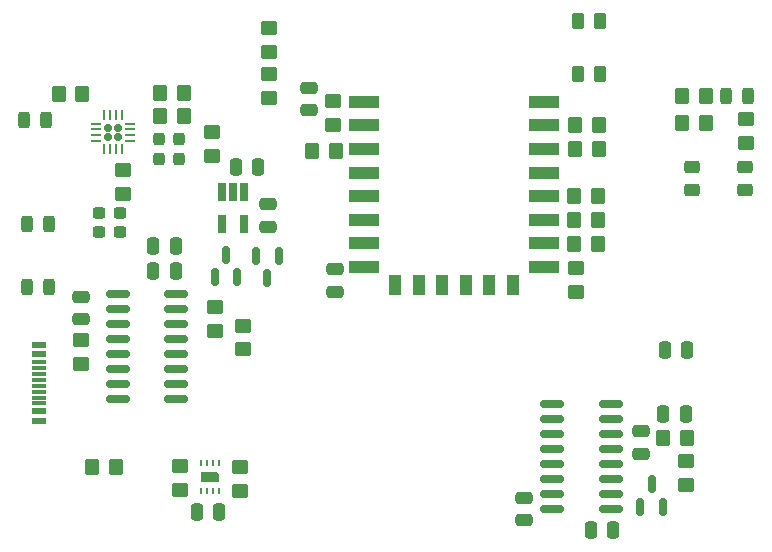
<source format=gbr>
%TF.GenerationSoftware,KiCad,Pcbnew,7.0.1*%
%TF.CreationDate,2023-11-07T22:06:08+01:00*%
%TF.ProjectId,GasWeighter,47617357-6569-4676-9874-65722e6b6963,rev?*%
%TF.SameCoordinates,Original*%
%TF.FileFunction,Paste,Top*%
%TF.FilePolarity,Positive*%
%FSLAX46Y46*%
G04 Gerber Fmt 4.6, Leading zero omitted, Abs format (unit mm)*
G04 Created by KiCad (PCBNEW 7.0.1) date 2023-11-07 22:06:08*
%MOMM*%
%LPD*%
G01*
G04 APERTURE LIST*
G04 Aperture macros list*
%AMRoundRect*
0 Rectangle with rounded corners*
0 $1 Rounding radius*
0 $2 $3 $4 $5 $6 $7 $8 $9 X,Y pos of 4 corners*
0 Add a 4 corners polygon primitive as box body*
4,1,4,$2,$3,$4,$5,$6,$7,$8,$9,$2,$3,0*
0 Add four circle primitives for the rounded corners*
1,1,$1+$1,$2,$3*
1,1,$1+$1,$4,$5*
1,1,$1+$1,$6,$7*
1,1,$1+$1,$8,$9*
0 Add four rect primitives between the rounded corners*
20,1,$1+$1,$2,$3,$4,$5,0*
20,1,$1+$1,$4,$5,$6,$7,0*
20,1,$1+$1,$6,$7,$8,$9,0*
20,1,$1+$1,$8,$9,$2,$3,0*%
%AMFreePoly0*
4,1,6,0.450000,-0.800000,-0.450000,-0.800000,-0.450000,0.530000,-0.180000,0.800000,0.450000,0.800000,0.450000,-0.800000,0.450000,-0.800000,$1*%
G04 Aperture macros list end*
%ADD10R,1.160000X0.600000*%
%ADD11R,1.160000X0.300000*%
%ADD12RoundRect,0.250000X-0.250000X-0.475000X0.250000X-0.475000X0.250000X0.475000X-0.250000X0.475000X0*%
%ADD13RoundRect,0.237500X0.237500X-0.300000X0.237500X0.300000X-0.237500X0.300000X-0.237500X-0.300000X0*%
%ADD14RoundRect,0.250000X0.475000X-0.250000X0.475000X0.250000X-0.475000X0.250000X-0.475000X-0.250000X0*%
%ADD15RoundRect,0.250000X0.350000X0.450000X-0.350000X0.450000X-0.350000X-0.450000X0.350000X-0.450000X0*%
%ADD16RoundRect,0.250000X0.450000X-0.350000X0.450000X0.350000X-0.450000X0.350000X-0.450000X-0.350000X0*%
%ADD17RoundRect,0.150000X-0.150000X0.587500X-0.150000X-0.587500X0.150000X-0.587500X0.150000X0.587500X0*%
%ADD18RoundRect,0.243750X0.243750X0.456250X-0.243750X0.456250X-0.243750X-0.456250X0.243750X-0.456250X0*%
%ADD19RoundRect,0.250000X0.250000X0.475000X-0.250000X0.475000X-0.250000X-0.475000X0.250000X-0.475000X0*%
%ADD20RoundRect,0.250000X-0.450000X0.350000X-0.450000X-0.350000X0.450000X-0.350000X0.450000X0.350000X0*%
%ADD21R,0.250000X0.550000*%
%ADD22FreePoly0,270.000000*%
%ADD23RoundRect,0.150000X0.850000X0.150000X-0.850000X0.150000X-0.850000X-0.150000X0.850000X-0.150000X0*%
%ADD24RoundRect,0.275000X-0.400000X-0.275000X0.400000X-0.275000X0.400000X0.275000X-0.400000X0.275000X0*%
%ADD25RoundRect,0.250000X-0.350000X-0.450000X0.350000X-0.450000X0.350000X0.450000X-0.350000X0.450000X0*%
%ADD26RoundRect,0.062500X-0.375000X0.062500X-0.375000X-0.062500X0.375000X-0.062500X0.375000X0.062500X0*%
%ADD27RoundRect,0.062500X-0.062500X0.375000X-0.062500X-0.375000X0.062500X-0.375000X0.062500X0.375000X0*%
%ADD28RoundRect,0.160000X-0.160000X0.160000X-0.160000X-0.160000X0.160000X-0.160000X0.160000X0.160000X0*%
%ADD29RoundRect,0.150000X-0.825000X-0.150000X0.825000X-0.150000X0.825000X0.150000X-0.825000X0.150000X0*%
%ADD30RoundRect,0.237500X-0.300000X-0.237500X0.300000X-0.237500X0.300000X0.237500X-0.300000X0.237500X0*%
%ADD31RoundRect,0.150000X0.150000X-0.587500X0.150000X0.587500X-0.150000X0.587500X-0.150000X-0.587500X0*%
%ADD32R,0.650000X1.560000*%
%ADD33R,2.500000X1.000000*%
%ADD34R,1.000000X1.800000*%
%ADD35RoundRect,0.250000X-0.475000X0.250000X-0.475000X-0.250000X0.475000X-0.250000X0.475000X0.250000X0*%
%ADD36RoundRect,0.275000X0.275000X-0.400000X0.275000X0.400000X-0.275000X0.400000X-0.275000X-0.400000X0*%
G04 APERTURE END LIST*
D10*
%TO.C,P1*%
X106935000Y-77850000D03*
X106935000Y-78650000D03*
D11*
X106935000Y-79300000D03*
X106935000Y-80300000D03*
X106935000Y-81800000D03*
X106935000Y-82800000D03*
D10*
X106935000Y-83450000D03*
X106935000Y-84250000D03*
X106935000Y-84250000D03*
X106935000Y-83450000D03*
D11*
X106935000Y-82300000D03*
X106935000Y-81300000D03*
X106935000Y-80800000D03*
X106935000Y-79800000D03*
D10*
X106935000Y-78650000D03*
X106935000Y-77850000D03*
%TD*%
D12*
%TO.C,C13*%
X161792500Y-78287500D03*
X159892500Y-78287500D03*
%TD*%
D13*
%TO.C,C8*%
X117100000Y-60387500D03*
X117100000Y-62112500D03*
%TD*%
D14*
%TO.C,C2*%
X129750000Y-56050000D03*
X129750000Y-57950000D03*
%TD*%
D15*
%TO.C,R6*%
X152250000Y-65200000D03*
X154250000Y-65200000D03*
%TD*%
D16*
%TO.C,R16*%
X166750000Y-58750000D03*
X166750000Y-60750000D03*
%TD*%
D15*
%TO.C,R21*%
X117200000Y-58500000D03*
X119200000Y-58500000D03*
%TD*%
D17*
%TO.C,Q1*%
X126250000Y-72187500D03*
X125300000Y-70312500D03*
X127200000Y-70312500D03*
%TD*%
D18*
%TO.C,D1*%
X165112500Y-56800000D03*
X166987500Y-56800000D03*
%TD*%
D19*
%TO.C,C9*%
X123600000Y-62750000D03*
X125500000Y-62750000D03*
%TD*%
D20*
%TO.C,R5*%
X131800000Y-59200000D03*
X131800000Y-57200000D03*
%TD*%
D21*
%TO.C,U4*%
X122150000Y-90225000D03*
X121650000Y-90225000D03*
X121150000Y-90225000D03*
X120650000Y-90225000D03*
X120650000Y-87875000D03*
X121150000Y-87875000D03*
X121650000Y-87875000D03*
X122150000Y-87875000D03*
D22*
X121400000Y-89050000D03*
%TD*%
D20*
%TO.C,R13*%
X123950000Y-90200000D03*
X123950000Y-88200000D03*
%TD*%
D23*
%TO.C,U7*%
X150342500Y-91732500D03*
X150342500Y-90462500D03*
X150342500Y-89192500D03*
X150342500Y-87922500D03*
X150342500Y-86652500D03*
X150342500Y-85382500D03*
X150342500Y-84112500D03*
X150342500Y-82842500D03*
X155342500Y-82842500D03*
X155342500Y-84112500D03*
X155342500Y-85382500D03*
X155342500Y-86652500D03*
X155342500Y-87922500D03*
X155342500Y-89192500D03*
X155342500Y-90462500D03*
X155342500Y-91732500D03*
%TD*%
D18*
%TO.C,D4*%
X105862500Y-67600000D03*
X107737500Y-67600000D03*
%TD*%
D20*
%TO.C,R18*%
X126400000Y-56900000D03*
X126400000Y-54900000D03*
%TD*%
D24*
%TO.C,SW2*%
X166700000Y-64700000D03*
X162200000Y-64700000D03*
X166700000Y-62800000D03*
X162200000Y-62800000D03*
%TD*%
D25*
%TO.C,R4*%
X130050000Y-61450000D03*
X132050000Y-61450000D03*
%TD*%
D19*
%TO.C,C4*%
X116600000Y-71600000D03*
X118500000Y-71600000D03*
%TD*%
D14*
%TO.C,C10*%
X126300000Y-65950000D03*
X126300000Y-67850000D03*
%TD*%
D25*
%TO.C,R10*%
X111400000Y-88150000D03*
X113400000Y-88150000D03*
%TD*%
D26*
%TO.C,U6*%
X114637500Y-59100000D03*
X114637500Y-59600000D03*
X114637500Y-60100000D03*
X114637500Y-60600000D03*
D27*
X113950000Y-61287500D03*
X113450000Y-61287500D03*
X112950000Y-61287500D03*
X112450000Y-61287500D03*
D26*
X111762500Y-60600000D03*
X111762500Y-60100000D03*
X111762500Y-59600000D03*
X111762500Y-59100000D03*
D27*
X112450000Y-58412500D03*
X112950000Y-58412500D03*
X113450000Y-58412500D03*
X113950000Y-58412500D03*
D28*
X112800000Y-60250000D03*
X113600000Y-60250000D03*
X112800000Y-59450000D03*
X113600000Y-59450000D03*
%TD*%
D20*
%TO.C,R20*%
X114000000Y-65050000D03*
X114000000Y-63050000D03*
%TD*%
D14*
%TO.C,C1*%
X110500000Y-73750000D03*
X110500000Y-75650000D03*
%TD*%
D29*
%TO.C,U1*%
X118525000Y-73505000D03*
X118525000Y-74775000D03*
X118525000Y-76045000D03*
X118525000Y-77315000D03*
X118525000Y-78585000D03*
X118525000Y-79855000D03*
X118525000Y-81125000D03*
X118525000Y-82395000D03*
X113575000Y-82395000D03*
X113575000Y-81125000D03*
X113575000Y-79855000D03*
X113575000Y-78585000D03*
X113575000Y-77315000D03*
X113575000Y-76045000D03*
X113575000Y-74775000D03*
X113575000Y-73505000D03*
%TD*%
D30*
%TO.C,C12*%
X113762500Y-68250000D03*
X112037500Y-68250000D03*
%TD*%
D31*
%TO.C,Q2*%
X122750000Y-70250000D03*
X123700000Y-72125000D03*
X121800000Y-72125000D03*
%TD*%
D30*
%TO.C,C11*%
X113762500Y-66700000D03*
X112037500Y-66700000D03*
%TD*%
D25*
%TO.C,R11*%
X154300000Y-59250000D03*
X152300000Y-59250000D03*
%TD*%
%TO.C,R22*%
X110600000Y-56600000D03*
X108600000Y-56600000D03*
%TD*%
D18*
%TO.C,D3*%
X105662500Y-58800000D03*
X107537500Y-58800000D03*
%TD*%
D32*
%TO.C,U5*%
X124300000Y-67600000D03*
X122400000Y-67600000D03*
X122400000Y-64900000D03*
X123350000Y-64900000D03*
X124300000Y-64900000D03*
%TD*%
D25*
%TO.C,R26*%
X161792500Y-85737500D03*
X159792500Y-85737500D03*
%TD*%
D12*
%TO.C,C6*%
X122200000Y-92000000D03*
X120300000Y-92000000D03*
%TD*%
D16*
%TO.C,R1*%
X110500000Y-77450000D03*
X110500000Y-79450000D03*
%TD*%
%TO.C,R7*%
X152400000Y-71350000D03*
X152400000Y-73350000D03*
%TD*%
D18*
%TO.C,D2*%
X105912500Y-72950000D03*
X107787500Y-72950000D03*
%TD*%
D15*
%TO.C,R2*%
X152250000Y-67250000D03*
X154250000Y-67250000D03*
%TD*%
D31*
%TO.C,Q3*%
X158792500Y-89650000D03*
X159742500Y-91525000D03*
X157842500Y-91525000D03*
%TD*%
D20*
%TO.C,R14*%
X118850000Y-90100000D03*
X118850000Y-88100000D03*
%TD*%
D19*
%TO.C,C3*%
X116600000Y-69500000D03*
X118500000Y-69500000D03*
%TD*%
D20*
%TO.C,R17*%
X126400000Y-53050000D03*
X126400000Y-51050000D03*
%TD*%
%TO.C,R24*%
X121550000Y-61850000D03*
X121550000Y-59850000D03*
%TD*%
%TO.C,R9*%
X121800000Y-76650000D03*
X121800000Y-74650000D03*
%TD*%
D15*
%TO.C,R15*%
X161400000Y-56800000D03*
X163400000Y-56800000D03*
%TD*%
D25*
%TO.C,R12*%
X154300000Y-61250000D03*
X152300000Y-61250000D03*
%TD*%
D12*
%TO.C,C16*%
X155542500Y-93537500D03*
X153642500Y-93537500D03*
%TD*%
D15*
%TO.C,R3*%
X152250000Y-69300000D03*
X154250000Y-69300000D03*
%TD*%
D33*
%TO.C,U3*%
X149650000Y-57250000D03*
X149650000Y-59250000D03*
X149650000Y-61250000D03*
X149650000Y-63250000D03*
X149650000Y-65250000D03*
X149650000Y-67250000D03*
X149650000Y-69250000D03*
X149650000Y-71250000D03*
D34*
X147050000Y-72750000D03*
X145050000Y-72750000D03*
X143050000Y-72750000D03*
X141050000Y-72750000D03*
X139050000Y-72750000D03*
X137050000Y-72750000D03*
D33*
X134450000Y-71250000D03*
X134450000Y-69250000D03*
X134450000Y-67250000D03*
X134450000Y-65250000D03*
X134450000Y-63250000D03*
X134450000Y-61250000D03*
X134450000Y-59250000D03*
X134450000Y-57250000D03*
%TD*%
D14*
%TO.C,C5*%
X131950000Y-71450000D03*
X131950000Y-73350000D03*
%TD*%
D13*
%TO.C,C7*%
X118800000Y-60387500D03*
X118800000Y-62112500D03*
%TD*%
D35*
%TO.C,C15*%
X157892500Y-87037500D03*
X157892500Y-85137500D03*
%TD*%
D14*
%TO.C,C17*%
X147942500Y-90787500D03*
X147942500Y-92687500D03*
%TD*%
D20*
%TO.C,R25*%
X161692500Y-89687500D03*
X161692500Y-87687500D03*
%TD*%
D16*
%TO.C,R8*%
X124200000Y-76200000D03*
X124200000Y-78200000D03*
%TD*%
D25*
%TO.C,R23*%
X119200000Y-56500000D03*
X117200000Y-56500000D03*
%TD*%
D15*
%TO.C,R19*%
X161400000Y-59050000D03*
X163400000Y-59050000D03*
%TD*%
D19*
%TO.C,C14*%
X159792500Y-83687500D03*
X161692500Y-83687500D03*
%TD*%
D36*
%TO.C,SW1*%
X154450000Y-50400000D03*
X154450000Y-54900000D03*
X152550000Y-50400000D03*
X152550000Y-54900000D03*
%TD*%
M02*

</source>
